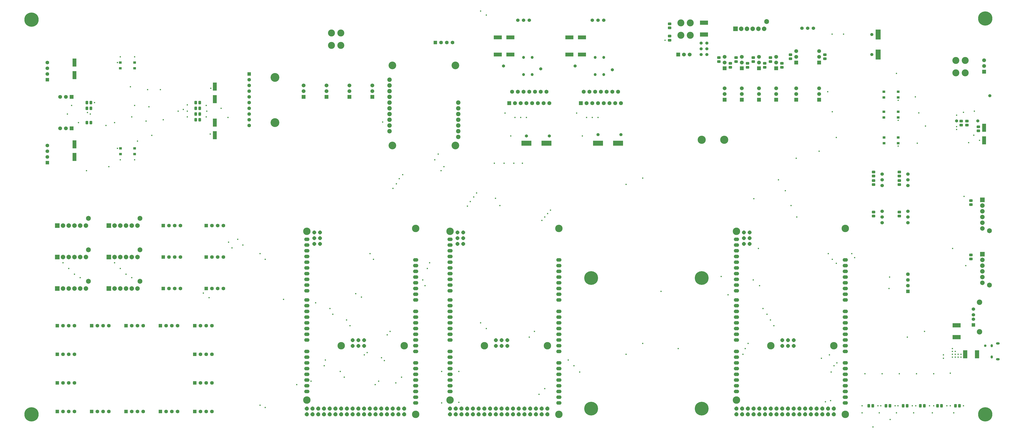
<source format=gbs>
G04*
G04 #@! TF.GenerationSoftware,Altium Limited,Altium Designer,21.6.4 (81)*
G04*
G04 Layer_Color=16711935*
%FSLAX25Y25*%
%MOIN*%
G70*
G04*
G04 #@! TF.SameCoordinates,CD5F86C8-859A-4174-9CB5-FF9077504482*
G04*
G04*
G04 #@! TF.FilePolarity,Negative*
G04*
G01*
G75*
%ADD56R,0.06306X0.06306*%
G04:AMPARAMS|DCode=60|XSize=59mil|YSize=47mil|CornerRadius=9.96mil|HoleSize=0mil|Usage=FLASHONLY|Rotation=90.000|XOffset=0mil|YOffset=0mil|HoleType=Round|Shape=RoundedRectangle|*
%AMROUNDEDRECTD60*
21,1,0.05900,0.02709,0,0,90.0*
21,1,0.03909,0.04700,0,0,90.0*
1,1,0.01991,0.01355,0.01955*
1,1,0.01991,0.01355,-0.01955*
1,1,0.01991,-0.01355,-0.01955*
1,1,0.01991,-0.01355,0.01955*
%
%ADD60ROUNDEDRECTD60*%
G04:AMPARAMS|DCode=65|XSize=59mil|YSize=47mil|CornerRadius=9.96mil|HoleSize=0mil|Usage=FLASHONLY|Rotation=180.000|XOffset=0mil|YOffset=0mil|HoleType=Round|Shape=RoundedRectangle|*
%AMROUNDEDRECTD65*
21,1,0.05900,0.02709,0,0,180.0*
21,1,0.03909,0.04700,0,0,180.0*
1,1,0.01991,-0.01955,0.01355*
1,1,0.01991,0.01955,0.01355*
1,1,0.01991,0.01955,-0.01355*
1,1,0.01991,-0.01955,-0.01355*
%
%ADD65ROUNDEDRECTD65*%
%ADD66R,0.04731X0.03943*%
%ADD67C,0.06400*%
%ADD68R,0.06400X0.06400*%
%ADD69C,0.08510*%
%ADD70C,0.07900*%
%ADD71R,0.07900X0.07900*%
%ADD72C,0.24022*%
%ADD73C,0.05124*%
%ADD74C,0.09455*%
%ADD75C,0.06022*%
%ADD76R,0.06022X0.06022*%
%ADD77C,0.07000*%
%ADD78R,0.07000X0.07000*%
%ADD79C,0.24961*%
%ADD80C,0.12211*%
%ADD81R,0.06699X0.06699*%
%ADD82C,0.06699*%
%ADD83C,0.06306*%
%ADD84C,0.07800*%
%ADD85C,0.13400*%
%ADD86C,0.06000*%
G04:AMPARAMS|DCode=87|XSize=41.34mil|YSize=64.96mil|CornerRadius=20.67mil|HoleSize=0mil|Usage=FLASHONLY|Rotation=270.000|XOffset=0mil|YOffset=0mil|HoleType=Round|Shape=RoundedRectangle|*
%AMROUNDEDRECTD87*
21,1,0.04134,0.02362,0,0,270.0*
21,1,0.00000,0.06496,0,0,270.0*
1,1,0.04134,-0.01181,0.00000*
1,1,0.04134,-0.01181,0.00000*
1,1,0.04134,0.01181,0.00000*
1,1,0.04134,0.01181,0.00000*
%
%ADD87ROUNDEDRECTD87*%
G04:AMPARAMS|DCode=88|XSize=53.15mil|YSize=41.34mil|CornerRadius=20.67mil|HoleSize=0mil|Usage=FLASHONLY|Rotation=270.000|XOffset=0mil|YOffset=0mil|HoleType=Round|Shape=RoundedRectangle|*
%AMROUNDEDRECTD88*
21,1,0.05315,0.00000,0,0,270.0*
21,1,0.01181,0.04134,0,0,270.0*
1,1,0.04134,0.00000,-0.00591*
1,1,0.04134,0.00000,0.00591*
1,1,0.04134,0.00000,0.00591*
1,1,0.04134,0.00000,-0.00591*
%
%ADD88ROUNDEDRECTD88*%
%ADD89O,0.09360X0.06000*%
%ADD90C,0.12998*%
%ADD91P,0.07577X8X22.5*%
%ADD92P,0.07038X8X112.5*%
%ADD93P,0.07038X8X22.5*%
%ADD94R,0.06699X0.14179*%
%ADD95R,0.09061X0.17723*%
%ADD96C,0.14179*%
%ADD97R,0.14179X0.07408*%
%ADD98R,0.14179X0.06699*%
%ADD99R,0.17723X0.09061*%
%ADD100R,0.06699X0.06699*%
%ADD101R,0.06400X0.06400*%
%ADD102R,0.07408X0.14179*%
%ADD103R,0.07900X0.07900*%
%ADD104C,0.15400*%
%ADD105C,0.02400*%
%ADD106C,0.05400*%
%ADD107C,0.04400*%
D56*
X410000Y625000D02*
D03*
D60*
X316450Y565000D02*
D03*
X323550D02*
D03*
Y575000D02*
D03*
X316450D02*
D03*
X126450Y540000D02*
D03*
X133550D02*
D03*
X316450Y555000D02*
D03*
X323550D02*
D03*
Y545000D02*
D03*
X316450D02*
D03*
X133550Y565000D02*
D03*
X126450D02*
D03*
Y575000D02*
D03*
X133550D02*
D03*
X1491450Y45000D02*
D03*
X1498550D02*
D03*
X1521450Y45001D02*
D03*
X1528550D02*
D03*
X1551450Y45000D02*
D03*
X1558550D02*
D03*
X1581450D02*
D03*
X1588550D02*
D03*
X1611450Y45000D02*
D03*
X1618550D02*
D03*
X1642821Y45000D02*
D03*
X1649921D02*
D03*
D65*
X1280000Y643550D02*
D03*
Y636450D02*
D03*
X1683000Y525450D02*
D03*
Y532550D02*
D03*
X1653000Y535450D02*
D03*
Y542550D02*
D03*
X1663000D02*
D03*
Y535450D02*
D03*
X1670000Y301451D02*
D03*
Y308551D02*
D03*
X1670000Y396450D02*
D03*
Y403550D02*
D03*
X1545000Y376450D02*
D03*
Y383550D02*
D03*
X1500000Y376450D02*
D03*
Y383550D02*
D03*
X1144000Y712550D02*
D03*
Y705450D02*
D03*
Y691100D02*
D03*
Y684000D02*
D03*
X1500000Y431450D02*
D03*
Y438550D02*
D03*
Y446450D02*
D03*
Y453550D02*
D03*
X1545000Y431450D02*
D03*
Y438550D02*
D03*
Y446450D02*
D03*
Y453550D02*
D03*
X1355039Y658550D02*
D03*
Y651450D02*
D03*
X1415000D02*
D03*
Y658550D02*
D03*
X1230000Y646450D02*
D03*
Y653550D02*
D03*
X1290000Y646450D02*
D03*
Y653550D02*
D03*
X1250000Y643550D02*
D03*
Y636450D02*
D03*
X1310000Y643550D02*
D03*
Y636450D02*
D03*
X1320000Y646450D02*
D03*
Y653550D02*
D03*
X1260000Y646450D02*
D03*
Y653550D02*
D03*
X1340000Y643550D02*
D03*
Y636450D02*
D03*
D66*
X209803Y635000D02*
D03*
Y645000D02*
D03*
X185000Y635000D02*
D03*
Y645000D02*
D03*
X1543000Y504000D02*
D03*
Y514000D02*
D03*
X1518197Y504000D02*
D03*
Y514000D02*
D03*
X1542803Y549000D02*
D03*
Y559000D02*
D03*
X1518000Y549000D02*
D03*
Y559000D02*
D03*
X1542803Y584000D02*
D03*
Y594000D02*
D03*
X1518000Y584000D02*
D03*
Y594000D02*
D03*
X185197Y495000D02*
D03*
Y485000D02*
D03*
X210000Y495000D02*
D03*
Y485000D02*
D03*
D67*
X365000Y250000D02*
D03*
X355000D02*
D03*
X345000D02*
D03*
X57500Y480000D02*
D03*
Y490000D02*
D03*
Y500000D02*
D03*
Y645000D02*
D03*
Y635000D02*
D03*
Y625000D02*
D03*
X345000Y185000D02*
D03*
X335000D02*
D03*
X325000D02*
D03*
X85000D02*
D03*
X95000D02*
D03*
X105000D02*
D03*
X145000D02*
D03*
X155000D02*
D03*
X165000D02*
D03*
X205000D02*
D03*
X215000D02*
D03*
X225000D02*
D03*
X265000D02*
D03*
X275000D02*
D03*
X285000D02*
D03*
X325000Y135000D02*
D03*
X335000D02*
D03*
X345000D02*
D03*
X105000Y35000D02*
D03*
X95000D02*
D03*
X85000D02*
D03*
X165000D02*
D03*
X155000D02*
D03*
X145000D02*
D03*
X225000D02*
D03*
X215000D02*
D03*
X205000D02*
D03*
X285000D02*
D03*
X275000D02*
D03*
X265000D02*
D03*
X85000Y135000D02*
D03*
X95000D02*
D03*
X105000D02*
D03*
X85000Y85000D02*
D03*
X95000D02*
D03*
X105000D02*
D03*
X325000Y35000D02*
D03*
X335000D02*
D03*
X345000D02*
D03*
X325000Y85000D02*
D03*
X335000D02*
D03*
X345000D02*
D03*
X745000Y680000D02*
D03*
X755000D02*
D03*
X765000D02*
D03*
X270000Y250000D02*
D03*
X280000D02*
D03*
X290000D02*
D03*
X270000Y305000D02*
D03*
X280000D02*
D03*
X290000D02*
D03*
X270000Y360000D02*
D03*
X280000D02*
D03*
X290000D02*
D03*
X365000D02*
D03*
X355000D02*
D03*
X345000D02*
D03*
X365000Y305000D02*
D03*
X355000D02*
D03*
X345000D02*
D03*
X1560000Y255000D02*
D03*
Y265000D02*
D03*
Y275000D02*
D03*
D68*
X335000Y250000D02*
D03*
X315000Y185000D02*
D03*
X75000D02*
D03*
X135000D02*
D03*
X195000D02*
D03*
X255000D02*
D03*
X315000Y135000D02*
D03*
X75000Y35000D02*
D03*
X135000D02*
D03*
X195000D02*
D03*
X255000D02*
D03*
X75000Y135000D02*
D03*
Y85000D02*
D03*
X315000Y35000D02*
D03*
Y85000D02*
D03*
X735000Y680000D02*
D03*
X260000Y250000D02*
D03*
Y305000D02*
D03*
Y360000D02*
D03*
X335000D02*
D03*
Y305000D02*
D03*
D69*
X129213Y317402D02*
D03*
X1702402Y255787D02*
D03*
Y350787D02*
D03*
X129213Y372402D02*
D03*
Y262402D02*
D03*
X219213Y372402D02*
D03*
Y262402D02*
D03*
X1313213Y716402D02*
D03*
X219213Y317402D02*
D03*
D70*
X125000Y305000D02*
D03*
X115000D02*
D03*
X105000D02*
D03*
X95000D02*
D03*
X85000D02*
D03*
X1690000Y300000D02*
D03*
Y290000D02*
D03*
Y280000D02*
D03*
Y270000D02*
D03*
Y260000D02*
D03*
Y355000D02*
D03*
Y365000D02*
D03*
Y375000D02*
D03*
Y385000D02*
D03*
Y395000D02*
D03*
X85000Y360000D02*
D03*
X95000D02*
D03*
X105000D02*
D03*
X115000D02*
D03*
X125000D02*
D03*
X85000Y250000D02*
D03*
X95000D02*
D03*
X105000D02*
D03*
X115000D02*
D03*
X125000D02*
D03*
X215000Y360000D02*
D03*
X205000D02*
D03*
X195000D02*
D03*
X185000D02*
D03*
X175000D02*
D03*
Y250000D02*
D03*
X185000D02*
D03*
X195000D02*
D03*
X205000D02*
D03*
X215000D02*
D03*
X1309000Y704000D02*
D03*
X1299000D02*
D03*
X1289000D02*
D03*
X1279000D02*
D03*
X1269000D02*
D03*
X175000Y305000D02*
D03*
X185000D02*
D03*
X195000D02*
D03*
X205000D02*
D03*
X215000D02*
D03*
D71*
X75000D02*
D03*
Y360000D02*
D03*
Y250000D02*
D03*
X165000Y360000D02*
D03*
Y250000D02*
D03*
X1259000Y704000D02*
D03*
X165000Y305000D02*
D03*
D72*
X1200000Y40000D02*
D03*
Y268347D02*
D03*
X1007087Y40000D02*
D03*
Y268347D02*
D03*
D73*
X1014000Y624000D02*
D03*
Y654000D02*
D03*
X1029000Y624000D02*
D03*
Y654000D02*
D03*
X904000Y624000D02*
D03*
Y654000D02*
D03*
X889000Y624000D02*
D03*
Y654000D02*
D03*
D74*
X1685039Y225866D02*
D03*
Y174134D02*
D03*
D75*
X1674370Y213779D02*
D03*
Y203937D02*
D03*
Y196063D02*
D03*
D76*
Y186221D02*
D03*
D77*
X1059000Y574000D02*
D03*
X1054000Y594000D02*
D03*
X1049000Y574000D02*
D03*
X1044000Y594000D02*
D03*
X1039000Y574000D02*
D03*
X1034000Y594000D02*
D03*
X1029000Y574000D02*
D03*
X1024000Y594000D02*
D03*
X1019000Y574000D02*
D03*
X1014000Y594000D02*
D03*
X1009000Y574000D02*
D03*
X1004000Y594000D02*
D03*
X999000Y574000D02*
D03*
X994000Y594000D02*
D03*
X934000Y574000D02*
D03*
X929000Y594000D02*
D03*
X924000Y574000D02*
D03*
X919000Y594000D02*
D03*
X914000Y574000D02*
D03*
X909000Y594000D02*
D03*
X904000Y574000D02*
D03*
X899000Y594000D02*
D03*
X894000Y574000D02*
D03*
X889000Y594000D02*
D03*
X884000Y574000D02*
D03*
X879000Y594000D02*
D03*
X874000Y574000D02*
D03*
X869000Y594000D02*
D03*
D78*
X989000Y574000D02*
D03*
X864000D02*
D03*
D79*
X30000Y30000D02*
D03*
Y720000D02*
D03*
X1695000Y722000D02*
D03*
Y30000D02*
D03*
D80*
X553465Y696654D02*
D03*
X570000D02*
D03*
Y675000D02*
D03*
X553465D02*
D03*
X1163465Y714153D02*
D03*
X1180000D02*
D03*
Y692500D02*
D03*
X1163465D02*
D03*
X1643465Y648654D02*
D03*
X1660000D02*
D03*
Y627000D02*
D03*
X1643465D02*
D03*
D81*
X1270000Y635000D02*
D03*
Y580000D02*
D03*
X1693000Y629000D02*
D03*
X1365000Y645000D02*
D03*
X1405000D02*
D03*
X1365000Y580000D02*
D03*
X1405000D02*
D03*
X545000Y585000D02*
D03*
X585000D02*
D03*
X625000D02*
D03*
X505000D02*
D03*
X1240000Y635000D02*
D03*
X1300000D02*
D03*
X1330000D02*
D03*
X1240000Y580000D02*
D03*
X1300000D02*
D03*
X1330000D02*
D03*
D82*
X1270000Y645000D02*
D03*
Y655000D02*
D03*
Y600000D02*
D03*
Y590000D02*
D03*
X1693000Y639000D02*
D03*
Y649000D02*
D03*
X80000Y530000D02*
D03*
X90000D02*
D03*
Y585000D02*
D03*
X80000D02*
D03*
X1179000Y659000D02*
D03*
X1169000D02*
D03*
X1365000Y665000D02*
D03*
Y655000D02*
D03*
X1405000Y665000D02*
D03*
Y655000D02*
D03*
X1365000Y590000D02*
D03*
Y600000D02*
D03*
X1405000Y590000D02*
D03*
Y600000D02*
D03*
X545000Y595000D02*
D03*
Y605000D02*
D03*
X585000Y595000D02*
D03*
Y605000D02*
D03*
X625000Y595000D02*
D03*
Y605000D02*
D03*
X505000Y595000D02*
D03*
Y605000D02*
D03*
X1240000Y645000D02*
D03*
Y655000D02*
D03*
X1300000Y645000D02*
D03*
Y655000D02*
D03*
X1330000Y645000D02*
D03*
Y655000D02*
D03*
X1240000Y590000D02*
D03*
Y600000D02*
D03*
X1300000D02*
D03*
Y590000D02*
D03*
X1330000Y600000D02*
D03*
Y590000D02*
D03*
D83*
X410000Y615000D02*
D03*
Y595000D02*
D03*
Y585000D02*
D03*
Y575000D02*
D03*
Y565000D02*
D03*
Y555000D02*
D03*
Y545000D02*
D03*
Y535000D02*
D03*
Y605000D02*
D03*
D84*
X655000Y615000D02*
D03*
Y605000D02*
D03*
Y595000D02*
D03*
Y585000D02*
D03*
Y575000D02*
D03*
Y565000D02*
D03*
Y555000D02*
D03*
Y545000D02*
D03*
Y535000D02*
D03*
Y525000D02*
D03*
X775000Y515000D02*
D03*
Y525000D02*
D03*
Y535000D02*
D03*
Y545000D02*
D03*
Y555000D02*
D03*
Y565000D02*
D03*
Y575000D02*
D03*
D85*
X770000Y640000D02*
D03*
Y500000D02*
D03*
X660000Y640000D02*
D03*
Y500000D02*
D03*
D86*
X1375000Y705000D02*
D03*
X1385000D02*
D03*
X1395000D02*
D03*
X1009000Y719000D02*
D03*
X1019000D02*
D03*
X1029000D02*
D03*
X879000D02*
D03*
X889000D02*
D03*
X899000D02*
D03*
X1560000Y385000D02*
D03*
Y375000D02*
D03*
Y365000D02*
D03*
X1515000D02*
D03*
Y375000D02*
D03*
Y385000D02*
D03*
Y430000D02*
D03*
Y440000D02*
D03*
Y450000D02*
D03*
X1560000Y430000D02*
D03*
Y440000D02*
D03*
Y450000D02*
D03*
D87*
X1717000Y126221D02*
D03*
Y153779D02*
D03*
D88*
X1706370Y130157D02*
D03*
Y149843D02*
D03*
D89*
X510630Y120000D02*
D03*
Y130000D02*
D03*
Y140000D02*
D03*
Y160000D02*
D03*
Y110000D02*
D03*
Y326000D02*
D03*
Y336000D02*
D03*
Y316000D02*
D03*
Y306000D02*
D03*
Y70000D02*
D03*
Y80000D02*
D03*
Y90000D02*
D03*
Y100000D02*
D03*
Y230000D02*
D03*
Y296000D02*
D03*
Y266000D02*
D03*
Y246000D02*
D03*
Y256000D02*
D03*
Y286000D02*
D03*
Y276000D02*
D03*
Y200000D02*
D03*
Y170000D02*
D03*
Y180000D02*
D03*
Y190000D02*
D03*
Y210000D02*
D03*
Y220000D02*
D03*
X700630Y300000D02*
D03*
Y290000D02*
D03*
Y280000D02*
D03*
Y270000D02*
D03*
Y260000D02*
D03*
Y250000D02*
D03*
Y240000D02*
D03*
Y230000D02*
D03*
Y120000D02*
D03*
Y140000D02*
D03*
Y210000D02*
D03*
Y190000D02*
D03*
Y160000D02*
D03*
Y180000D02*
D03*
Y170000D02*
D03*
Y150000D02*
D03*
Y200000D02*
D03*
Y110000D02*
D03*
Y100000D02*
D03*
Y90000D02*
D03*
Y80000D02*
D03*
Y70000D02*
D03*
Y60000D02*
D03*
Y50000D02*
D03*
X760630Y120000D02*
D03*
Y130000D02*
D03*
Y140000D02*
D03*
Y160000D02*
D03*
Y110000D02*
D03*
Y326000D02*
D03*
Y336000D02*
D03*
Y316000D02*
D03*
Y306000D02*
D03*
Y70000D02*
D03*
Y80000D02*
D03*
Y90000D02*
D03*
Y100000D02*
D03*
Y230000D02*
D03*
Y296000D02*
D03*
Y266000D02*
D03*
Y246000D02*
D03*
Y256000D02*
D03*
Y286000D02*
D03*
Y276000D02*
D03*
Y200000D02*
D03*
Y170000D02*
D03*
Y180000D02*
D03*
Y190000D02*
D03*
Y210000D02*
D03*
Y220000D02*
D03*
X950630Y300000D02*
D03*
Y290000D02*
D03*
Y280000D02*
D03*
Y270000D02*
D03*
Y260000D02*
D03*
Y250000D02*
D03*
Y240000D02*
D03*
Y230000D02*
D03*
Y120000D02*
D03*
Y140000D02*
D03*
Y210000D02*
D03*
Y190000D02*
D03*
Y160000D02*
D03*
Y180000D02*
D03*
Y170000D02*
D03*
Y150000D02*
D03*
Y200000D02*
D03*
Y110000D02*
D03*
Y100000D02*
D03*
Y90000D02*
D03*
Y80000D02*
D03*
Y70000D02*
D03*
Y60000D02*
D03*
Y50000D02*
D03*
X1260630Y120000D02*
D03*
Y130000D02*
D03*
Y140000D02*
D03*
Y160000D02*
D03*
Y110000D02*
D03*
Y326000D02*
D03*
Y336000D02*
D03*
Y316000D02*
D03*
Y306000D02*
D03*
Y70000D02*
D03*
Y80000D02*
D03*
Y90000D02*
D03*
Y100000D02*
D03*
Y230000D02*
D03*
Y296000D02*
D03*
Y266000D02*
D03*
Y246000D02*
D03*
Y256000D02*
D03*
Y286000D02*
D03*
Y276000D02*
D03*
Y200000D02*
D03*
Y170000D02*
D03*
Y180000D02*
D03*
Y190000D02*
D03*
Y210000D02*
D03*
Y220000D02*
D03*
X1450630Y300000D02*
D03*
Y290000D02*
D03*
Y280000D02*
D03*
Y270000D02*
D03*
Y260000D02*
D03*
Y250000D02*
D03*
Y240000D02*
D03*
Y230000D02*
D03*
Y120000D02*
D03*
Y140000D02*
D03*
Y210000D02*
D03*
Y190000D02*
D03*
Y160000D02*
D03*
Y180000D02*
D03*
Y170000D02*
D03*
Y150000D02*
D03*
Y200000D02*
D03*
Y110000D02*
D03*
Y100000D02*
D03*
Y90000D02*
D03*
Y80000D02*
D03*
Y70000D02*
D03*
Y60000D02*
D03*
Y50000D02*
D03*
D90*
X570630Y150000D02*
D03*
X510630Y55000D02*
D03*
Y350000D02*
D03*
X700630Y355000D02*
D03*
Y30000D02*
D03*
X680630Y150000D02*
D03*
X820630D02*
D03*
X760630Y55000D02*
D03*
Y350000D02*
D03*
X950630Y355000D02*
D03*
Y30000D02*
D03*
X930630Y150000D02*
D03*
X1320630D02*
D03*
X1260630Y55000D02*
D03*
Y350000D02*
D03*
X1450630Y355000D02*
D03*
Y30000D02*
D03*
X1430630Y150000D02*
D03*
D91*
X510630Y30000D02*
D03*
Y40000D02*
D03*
X560630Y30000D02*
D03*
X570630Y40000D02*
D03*
X580630D02*
D03*
Y30000D02*
D03*
X520630Y40000D02*
D03*
Y30000D02*
D03*
X530630Y40000D02*
D03*
Y30000D02*
D03*
X540630Y40000D02*
D03*
Y30000D02*
D03*
X550630Y40000D02*
D03*
Y30000D02*
D03*
X560630Y40000D02*
D03*
X570630Y30000D02*
D03*
X630630Y40000D02*
D03*
X640630D02*
D03*
Y30000D02*
D03*
X650630Y40000D02*
D03*
Y30000D02*
D03*
X660630Y40000D02*
D03*
Y30000D02*
D03*
X670630Y40000D02*
D03*
Y30000D02*
D03*
X680630Y40000D02*
D03*
Y30000D02*
D03*
X630630D02*
D03*
X590630Y40000D02*
D03*
Y30000D02*
D03*
X600630Y40000D02*
D03*
Y30000D02*
D03*
X610630Y40000D02*
D03*
Y30000D02*
D03*
X620630Y40000D02*
D03*
Y30000D02*
D03*
X760630D02*
D03*
Y40000D02*
D03*
X810630Y30000D02*
D03*
X820630Y40000D02*
D03*
X830630D02*
D03*
Y30000D02*
D03*
X770630Y40000D02*
D03*
Y30000D02*
D03*
X780630Y40000D02*
D03*
Y30000D02*
D03*
X790630Y40000D02*
D03*
Y30000D02*
D03*
X800630Y40000D02*
D03*
Y30000D02*
D03*
X810630Y40000D02*
D03*
X820630Y30000D02*
D03*
X880630Y40000D02*
D03*
X890630D02*
D03*
Y30000D02*
D03*
X900630Y40000D02*
D03*
Y30000D02*
D03*
X910630Y40000D02*
D03*
Y30000D02*
D03*
X920630Y40000D02*
D03*
Y30000D02*
D03*
X930630Y40000D02*
D03*
Y30000D02*
D03*
X880630D02*
D03*
X840630Y40000D02*
D03*
Y30000D02*
D03*
X850630Y40000D02*
D03*
Y30000D02*
D03*
X860630Y40000D02*
D03*
Y30000D02*
D03*
X870630Y40000D02*
D03*
Y30000D02*
D03*
X1260630D02*
D03*
Y40000D02*
D03*
X1310630Y30000D02*
D03*
X1320630Y40000D02*
D03*
X1330630D02*
D03*
Y30000D02*
D03*
X1270630Y40000D02*
D03*
Y30000D02*
D03*
X1280630Y40000D02*
D03*
Y30000D02*
D03*
X1290630Y40000D02*
D03*
Y30000D02*
D03*
X1300630Y40000D02*
D03*
Y30000D02*
D03*
X1310630Y40000D02*
D03*
X1320630Y30000D02*
D03*
X1380630Y40000D02*
D03*
X1390630D02*
D03*
Y30000D02*
D03*
X1400630Y40000D02*
D03*
Y30000D02*
D03*
X1410630Y40000D02*
D03*
Y30000D02*
D03*
X1420630Y40000D02*
D03*
Y30000D02*
D03*
X1430630Y40000D02*
D03*
Y30000D02*
D03*
X1380630D02*
D03*
X1340630Y40000D02*
D03*
Y30000D02*
D03*
X1350630Y40000D02*
D03*
Y30000D02*
D03*
X1360630Y40000D02*
D03*
Y30000D02*
D03*
X1370630Y40000D02*
D03*
Y30000D02*
D03*
D92*
X533630Y328000D02*
D03*
X523630Y338000D02*
D03*
X533630D02*
D03*
X523630Y348000D02*
D03*
X533630D02*
D03*
X523630Y328000D02*
D03*
X783630D02*
D03*
X773630Y338000D02*
D03*
X783630D02*
D03*
X773630Y348000D02*
D03*
X783630D02*
D03*
X773630Y328000D02*
D03*
X1283630D02*
D03*
X1273630Y338000D02*
D03*
X1283630D02*
D03*
X1273630Y348000D02*
D03*
X1283630D02*
D03*
X1273630Y328000D02*
D03*
D93*
X590630Y159500D02*
D03*
Y149500D02*
D03*
X600630Y159500D02*
D03*
Y149500D02*
D03*
X610630D02*
D03*
Y159500D02*
D03*
X840630D02*
D03*
Y149500D02*
D03*
X850630Y159500D02*
D03*
Y149500D02*
D03*
X860630D02*
D03*
Y159500D02*
D03*
X1340630D02*
D03*
Y149500D02*
D03*
X1350630Y159500D02*
D03*
Y149500D02*
D03*
X1360630D02*
D03*
Y159500D02*
D03*
D94*
X350000Y517953D02*
D03*
Y540000D02*
D03*
X1693000Y509000D02*
D03*
Y531047D02*
D03*
X350000Y603000D02*
D03*
Y580953D02*
D03*
X105000Y645000D02*
D03*
Y622953D02*
D03*
Y502047D02*
D03*
Y480000D02*
D03*
D95*
X1508000Y659000D02*
D03*
Y694039D02*
D03*
D96*
X1200000Y510000D02*
D03*
X1239370D02*
D03*
D97*
X1645000Y185591D02*
D03*
Y165000D02*
D03*
X1204000Y694000D02*
D03*
Y714591D02*
D03*
D98*
X969000Y659000D02*
D03*
X991047D02*
D03*
X844000Y689000D02*
D03*
X866047D02*
D03*
X844000Y659000D02*
D03*
X866047D02*
D03*
X969000Y689000D02*
D03*
X991047D02*
D03*
D99*
X894000Y504000D02*
D03*
X929039D02*
D03*
X1019000D02*
D03*
X1054039D02*
D03*
D100*
X100000Y530000D02*
D03*
Y585000D02*
D03*
X1159000Y659000D02*
D03*
D101*
X57500Y470000D02*
D03*
Y615000D02*
D03*
X1560000Y245000D02*
D03*
D102*
X1660000Y135000D02*
D03*
X1680591D02*
D03*
D103*
X1690000Y310000D02*
D03*
Y405000D02*
D03*
D104*
X455000Y540000D02*
D03*
Y619000D02*
D03*
D105*
X493000Y82000D02*
D03*
X630000D02*
D03*
X606000Y235000D02*
D03*
X340000Y234000D02*
D03*
X470000Y231000D02*
D03*
X1657000Y45000D02*
D03*
X1634000D02*
D03*
X1628000D02*
D03*
X205000Y269000D02*
D03*
X115000D02*
D03*
X399000Y326000D02*
D03*
X390000Y336000D02*
D03*
X1405000Y490000D02*
D03*
X1421000Y311000D02*
D03*
X1420000Y594000D02*
D03*
X1428000Y301000D02*
D03*
Y559000D02*
D03*
X1435000Y294000D02*
D03*
Y514000D02*
D03*
X838000Y469000D02*
D03*
X855000D02*
D03*
X872000D02*
D03*
X887000D02*
D03*
X643000Y541000D02*
D03*
X921000Y369000D02*
D03*
X926000Y375000D02*
D03*
X931000Y381000D02*
D03*
X936000Y387000D02*
D03*
X750000Y463000D02*
D03*
X734000Y475000D02*
D03*
X165000Y463000D02*
D03*
X791000Y394000D02*
D03*
X796000Y402000D02*
D03*
X802000Y410000D02*
D03*
X807000Y417000D02*
D03*
X672000Y442000D02*
D03*
X667000Y433000D02*
D03*
X661000Y425000D02*
D03*
X678000Y449000D02*
D03*
X1365000Y477500D02*
D03*
X847500Y395000D02*
D03*
X840000Y407500D02*
D03*
X429000Y311000D02*
D03*
X627000Y301000D02*
D03*
X621000Y311000D02*
D03*
X438000Y301000D02*
D03*
X429000Y46000D02*
D03*
X438000Y42000D02*
D03*
X1436000Y120000D02*
D03*
X1431000Y115000D02*
D03*
X1499000Y8000D02*
D03*
X1529000Y21000D02*
D03*
X1589000Y175000D02*
D03*
X1559000Y165000D02*
D03*
X899000D02*
D03*
X908000Y175000D02*
D03*
X1622000Y134000D02*
D03*
Y128000D02*
D03*
X1423000Y134000D02*
D03*
X1409000Y128000D02*
D03*
X1299000Y320000D02*
D03*
X1638000D02*
D03*
X1291000Y407000D02*
D03*
X1301000Y255000D02*
D03*
X1290000Y265000D02*
D03*
X1467000Y304000D02*
D03*
X1462000Y311000D02*
D03*
X1356000Y395000D02*
D03*
X1366000Y375000D02*
D03*
X1346000Y421000D02*
D03*
X1334000Y440000D02*
D03*
X1234000Y271000D02*
D03*
X1246000Y239000D02*
D03*
X740000Y485000D02*
D03*
X745000Y456000D02*
D03*
X1129000Y245000D02*
D03*
X1097000Y154000D02*
D03*
X1068000Y135000D02*
D03*
X1272000D02*
D03*
X1068000Y432000D02*
D03*
X1097000Y443000D02*
D03*
X1159000Y145000D02*
D03*
X1136000Y684000D02*
D03*
X1281000Y154000D02*
D03*
X1276000Y145000D02*
D03*
X1326000Y185000D02*
D03*
X1320000Y195000D02*
D03*
X1314000Y205000D02*
D03*
X1307000Y215000D02*
D03*
X824000Y180000D02*
D03*
X814000Y735000D02*
D03*
X824000Y728000D02*
D03*
X814000Y190000D02*
D03*
X126000Y456000D02*
D03*
X725000Y295000D02*
D03*
X721000Y285000D02*
D03*
X713000Y265000D02*
D03*
X717000Y255000D02*
D03*
X776000Y105000D02*
D03*
Y51000D02*
D03*
X596000Y241000D02*
D03*
X330000Y242000D02*
D03*
X380000Y321000D02*
D03*
X374000Y331000D02*
D03*
X636000Y88000D02*
D03*
X518000D02*
D03*
X576000Y95000D02*
D03*
X569000Y105000D02*
D03*
X541000Y115000D02*
D03*
X543000Y125000D02*
D03*
X641000Y129000D02*
D03*
X646000Y124000D02*
D03*
X611000Y134000D02*
D03*
X616000Y138000D02*
D03*
X656000Y175000D02*
D03*
X651000Y169000D02*
D03*
X586000Y185000D02*
D03*
X580000Y195000D02*
D03*
X551000Y215000D02*
D03*
X556000Y205000D02*
D03*
X526000Y225000D02*
D03*
X967000Y125000D02*
D03*
X1426000Y104000D02*
D03*
X977000Y115000D02*
D03*
X987000Y104000D02*
D03*
X746000Y105000D02*
D03*
Y50000D02*
D03*
X666000Y85000D02*
D03*
X676000Y95000D02*
D03*
X916000Y65000D02*
D03*
X926000Y75000D02*
D03*
X1485000Y101000D02*
D03*
X1515000D02*
D03*
X1545000D02*
D03*
X1575000D02*
D03*
X1605000D02*
D03*
X1634000Y102000D02*
D03*
X1425000Y54000D02*
D03*
X1416000Y52000D02*
D03*
X195000Y275000D02*
D03*
X185000Y285000D02*
D03*
X175000Y295000D02*
D03*
X105000Y275000D02*
D03*
X95000Y285000D02*
D03*
X85000Y295000D02*
D03*
X185000Y475000D02*
D03*
X210000D02*
D03*
X180000Y495000D02*
D03*
X160000Y535000D02*
D03*
X112000Y540000D02*
D03*
X175000D02*
D03*
X205000Y550000D02*
D03*
X132500Y555000D02*
D03*
X92500D02*
D03*
X127500Y557500D02*
D03*
X100000Y570000D02*
D03*
X140000Y575000D02*
D03*
X202500Y602500D02*
D03*
X180000Y645000D02*
D03*
X185000Y655000D02*
D03*
X215000Y507500D02*
D03*
X240000Y517500D02*
D03*
X342000Y520000D02*
D03*
X230000Y542500D02*
D03*
X260000Y545000D02*
D03*
X373000Y549000D02*
D03*
X302000Y550000D02*
D03*
X335000D02*
D03*
X286000Y560000D02*
D03*
X336000D02*
D03*
X302000D02*
D03*
X295000Y563000D02*
D03*
X361000Y565000D02*
D03*
X235000Y567500D02*
D03*
X210000Y570000D02*
D03*
X335000D02*
D03*
X302000Y571000D02*
D03*
X232500Y597500D02*
D03*
X255000D02*
D03*
X343000Y600000D02*
D03*
X210000Y655000D02*
D03*
X1540000Y626000D02*
D03*
X1658000Y411000D02*
D03*
X1661000Y290000D02*
D03*
X1527000Y250000D02*
D03*
X1528000Y270000D02*
D03*
X1427500Y694500D02*
D03*
X1447500D02*
D03*
X1543000Y544000D02*
D03*
Y499000D02*
D03*
Y579000D02*
D03*
X1576389Y504000D02*
D03*
X1590500Y534000D02*
D03*
X1579000Y557000D02*
D03*
X1573000Y585000D02*
D03*
X1645000Y553000D02*
D03*
Y533000D02*
D03*
Y528000D02*
D03*
X1666000Y505000D02*
D03*
X1657000Y558000D02*
D03*
X1676000Y560000D02*
D03*
X1675000Y518000D02*
D03*
X1685000Y509000D02*
D03*
X874000Y549000D02*
D03*
X894000D02*
D03*
X866500Y516500D02*
D03*
X856500Y556500D02*
D03*
X884000Y549000D02*
D03*
X999000D02*
D03*
X1019000D02*
D03*
X991500Y516500D02*
D03*
X981500Y556500D02*
D03*
X1009000Y549000D02*
D03*
X1597500Y45000D02*
D03*
X1567500D02*
D03*
X1537500D02*
D03*
X1542500D02*
D03*
X1512500D02*
D03*
X1605000D02*
D03*
X1602500Y32500D02*
D03*
X1573550Y45000D02*
D03*
X1480000D02*
D03*
X1507500D02*
D03*
X1637500Y145000D02*
D03*
X1642500Y140000D02*
D03*
X1637500D02*
D03*
Y130000D02*
D03*
X1642500D02*
D03*
X1647500D02*
D03*
X1652500D02*
D03*
X1637500Y135000D02*
D03*
X1642500D02*
D03*
X1647500D02*
D03*
X1652500D02*
D03*
X1640000Y32500D02*
D03*
X1570000D02*
D03*
X1540000D02*
D03*
X1510000Y32501D02*
D03*
X1480000Y32500D02*
D03*
D106*
X1682000Y543000D02*
D03*
X1645000D02*
D03*
X1497000Y694000D02*
D03*
Y659000D02*
D03*
X1703000Y587000D02*
D03*
X934000Y516500D02*
D03*
X1059000Y519000D02*
D03*
X1044000Y632250D02*
D03*
X979000Y639000D02*
D03*
X854000D02*
D03*
X919000Y633900D02*
D03*
X894000Y516500D02*
D03*
X1019000Y519000D02*
D03*
X1209000Y679000D02*
D03*
X1199000D02*
D03*
Y669000D02*
D03*
X1209000D02*
D03*
Y659000D02*
D03*
X1199000D02*
D03*
D107*
X1695000Y150000D02*
D03*
M02*

</source>
